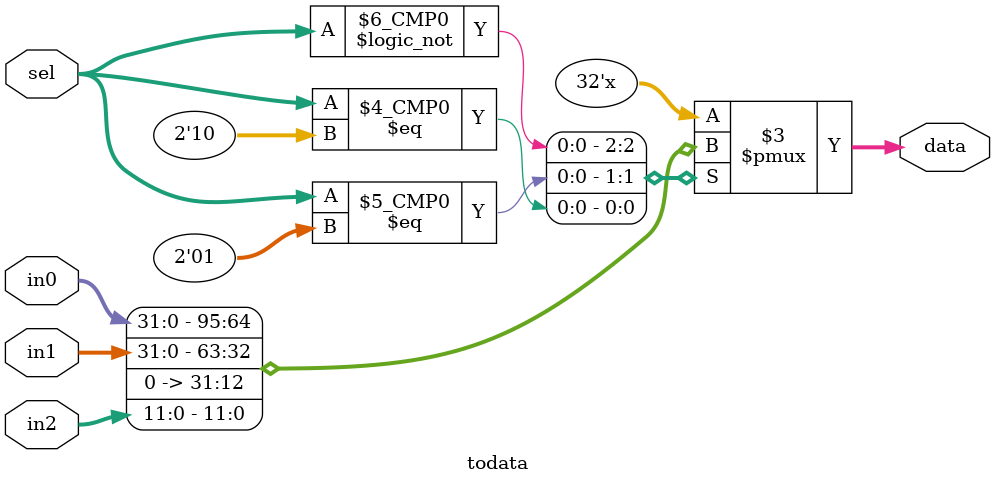
<source format=v>
`timescale 1ns / 1ps

//////////////////////////////////////////////////////////////////////////////////


module todata(
input [1:0] sel,
input [31:0]in0, //The data coming from the combinational logic
input [31:0]in1, // The data coming from the immediate generater
input [11:0]in2, //The data coming from programcounter+4
output reg [31:0]data
);

always @(sel) begin
    case(sel)
        2'b00: data=in0;//neither jump nor LUI
        2'b01: data=in1;// LUI
        2'b10: data=in2;// Jumping (can be either JAL or JALR)
      endcase
 end 
endmodule

</source>
